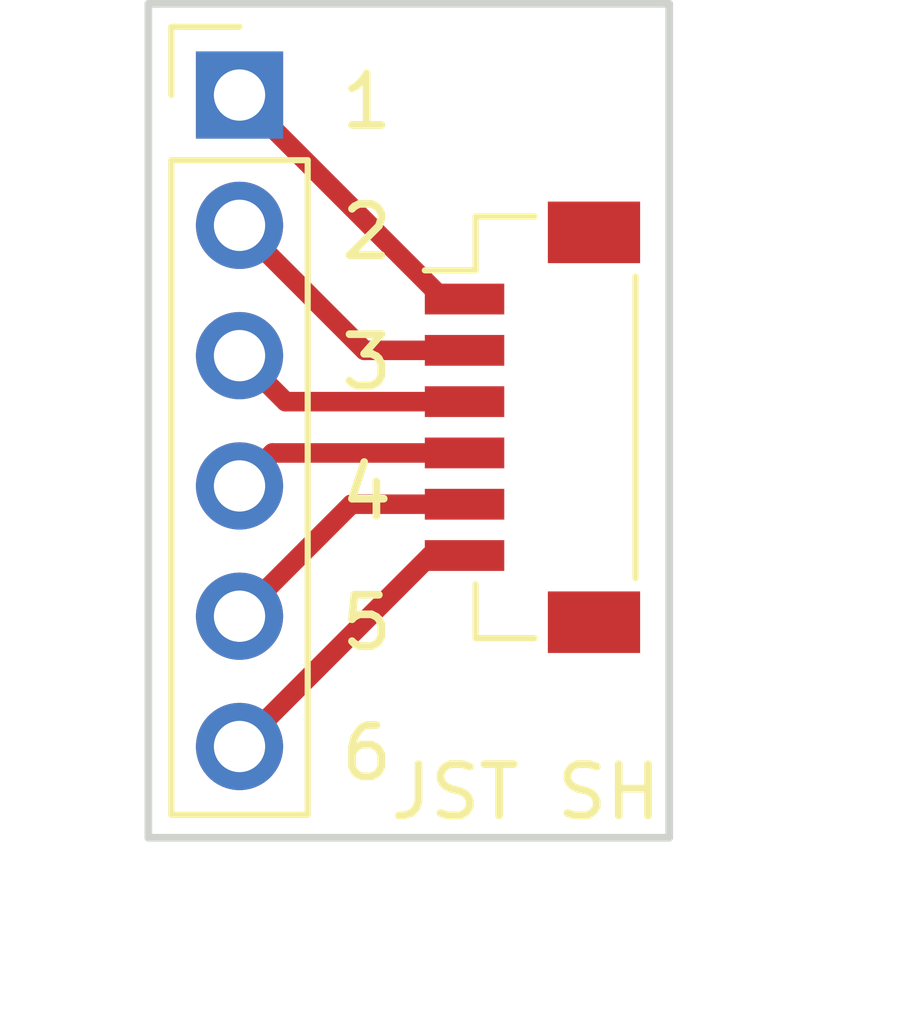
<source format=kicad_pcb>
(kicad_pcb (version 4) (host pcbnew 4.0.7)

  (general
    (links 6)
    (no_connects 0)
    (area 136.576999 100.254999 146.887001 116.661001)
    (thickness 1.6)
    (drawings 11)
    (tracks 12)
    (zones 0)
    (modules 2)
    (nets 7)
  )

  (page A4)
  (layers
    (0 F.Cu signal)
    (31 B.Cu signal)
    (32 B.Adhes user)
    (33 F.Adhes user)
    (34 B.Paste user)
    (35 F.Paste user)
    (36 B.SilkS user)
    (37 F.SilkS user)
    (38 B.Mask user)
    (39 F.Mask user)
    (40 Dwgs.User user)
    (41 Cmts.User user)
    (42 Eco1.User user)
    (43 Eco2.User user)
    (44 Edge.Cuts user)
    (45 Margin user)
    (46 B.CrtYd user)
    (47 F.CrtYd user)
    (48 B.Fab user)
    (49 F.Fab user)
  )

  (setup
    (last_trace_width 0.381)
    (user_trace_width 0.254)
    (user_trace_width 0.381)
    (user_trace_width 0.508)
    (user_trace_width 0.635)
    (user_trace_width 1.27)
    (trace_clearance 0.1524)
    (zone_clearance 0.508)
    (zone_45_only no)
    (trace_min 0.1524)
    (segment_width 0.2)
    (edge_width 0.15)
    (via_size 0.6858)
    (via_drill 0.3302)
    (via_min_size 0.6858)
    (via_min_drill 0.3302)
    (uvia_size 0.6858)
    (uvia_drill 0.3302)
    (uvias_allowed no)
    (uvia_min_size 0)
    (uvia_min_drill 0)
    (pcb_text_width 0.3)
    (pcb_text_size 1.5 1.5)
    (mod_edge_width 0.15)
    (mod_text_size 1 1)
    (mod_text_width 0.15)
    (pad_size 1.524 1.524)
    (pad_drill 0.762)
    (pad_to_mask_clearance 0.0508)
    (aux_axis_origin 0 0)
    (visible_elements FFFFFF7F)
    (pcbplotparams
      (layerselection 0x00030_80000001)
      (usegerberextensions false)
      (excludeedgelayer true)
      (linewidth 0.100000)
      (plotframeref false)
      (viasonmask false)
      (mode 1)
      (useauxorigin false)
      (hpglpennumber 1)
      (hpglpenspeed 20)
      (hpglpendiameter 15)
      (hpglpenoverlay 2)
      (psnegative false)
      (psa4output false)
      (plotreference true)
      (plotvalue true)
      (plotinvisibletext false)
      (padsonsilk false)
      (subtractmaskfromsilk false)
      (outputformat 1)
      (mirror false)
      (drillshape 1)
      (scaleselection 1)
      (outputdirectory ""))
  )

  (net 0 "")
  (net 1 "Net-(J1-Pad1)")
  (net 2 "Net-(J1-Pad2)")
  (net 3 "Net-(J1-Pad3)")
  (net 4 "Net-(J1-Pad4)")
  (net 5 "Net-(J1-Pad5)")
  (net 6 "Net-(J1-Pad6)")

  (net_class Default "This is the default net class."
    (clearance 0.1524)
    (trace_width 0.1524)
    (via_dia 0.6858)
    (via_drill 0.3302)
    (uvia_dia 0.6858)
    (uvia_drill 0.3302)
    (add_net "Net-(J1-Pad1)")
    (add_net "Net-(J1-Pad2)")
    (add_net "Net-(J1-Pad3)")
    (add_net "Net-(J1-Pad4)")
    (add_net "Net-(J1-Pad5)")
    (add_net "Net-(J1-Pad6)")
  )

  (module Connector_PinHeader_2.54mm:PinHeader_1x06_P2.54mm_Vertical (layer F.Cu) (tedit 5AAB618A) (tstamp 5AAC1D9F)
    (at 138.43 102.108)
    (descr "Through hole straight pin header, 1x06, 2.54mm pitch, single row")
    (tags "Through hole pin header THT 1x06 2.54mm single row")
    (path /5AAB5FEC)
    (fp_text reference J1 (at 0 -2.33) (layer F.SilkS) hide
      (effects (font (size 1 1) (thickness 0.15)))
    )
    (fp_text value Conn_01x06 (at 0 17.272) (layer F.Fab)
      (effects (font (size 1 1) (thickness 0.15)))
    )
    (fp_line (start -0.635 -1.27) (end 1.27 -1.27) (layer F.Fab) (width 0.1))
    (fp_line (start 1.27 -1.27) (end 1.27 13.97) (layer F.Fab) (width 0.1))
    (fp_line (start 1.27 13.97) (end -1.27 13.97) (layer F.Fab) (width 0.1))
    (fp_line (start -1.27 13.97) (end -1.27 -0.635) (layer F.Fab) (width 0.1))
    (fp_line (start -1.27 -0.635) (end -0.635 -1.27) (layer F.Fab) (width 0.1))
    (fp_line (start -1.33 14.03) (end 1.33 14.03) (layer F.SilkS) (width 0.12))
    (fp_line (start -1.33 1.27) (end -1.33 14.03) (layer F.SilkS) (width 0.12))
    (fp_line (start 1.33 1.27) (end 1.33 14.03) (layer F.SilkS) (width 0.12))
    (fp_line (start -1.33 1.27) (end 1.33 1.27) (layer F.SilkS) (width 0.12))
    (fp_line (start -1.33 0) (end -1.33 -1.33) (layer F.SilkS) (width 0.12))
    (fp_line (start -1.33 -1.33) (end 0 -1.33) (layer F.SilkS) (width 0.12))
    (fp_line (start -1.8 -1.8) (end -1.8 14.5) (layer F.CrtYd) (width 0.05))
    (fp_line (start -1.8 14.5) (end 1.8 14.5) (layer F.CrtYd) (width 0.05))
    (fp_line (start 1.8 14.5) (end 1.8 -1.8) (layer F.CrtYd) (width 0.05))
    (fp_line (start 1.8 -1.8) (end -1.8 -1.8) (layer F.CrtYd) (width 0.05))
    (fp_text user %R (at 0 6.35 90) (layer F.Fab)
      (effects (font (size 1 1) (thickness 0.15)))
    )
    (pad 1 thru_hole rect (at 0 0) (size 1.7 1.7) (drill 1) (layers *.Cu *.Mask)
      (net 1 "Net-(J1-Pad1)"))
    (pad 2 thru_hole oval (at 0 2.54) (size 1.7 1.7) (drill 1) (layers *.Cu *.Mask)
      (net 2 "Net-(J1-Pad2)"))
    (pad 3 thru_hole oval (at 0 5.08) (size 1.7 1.7) (drill 1) (layers *.Cu *.Mask)
      (net 3 "Net-(J1-Pad3)"))
    (pad 4 thru_hole oval (at 0 7.62) (size 1.7 1.7) (drill 1) (layers *.Cu *.Mask)
      (net 4 "Net-(J1-Pad4)"))
    (pad 5 thru_hole oval (at 0 10.16) (size 1.7 1.7) (drill 1) (layers *.Cu *.Mask)
      (net 5 "Net-(J1-Pad5)"))
    (pad 6 thru_hole oval (at 0 12.7) (size 1.7 1.7) (drill 1) (layers *.Cu *.Mask)
      (net 6 "Net-(J1-Pad6)"))
    (model ${KISYS3DMOD}/Connector_PinHeader_2.54mm.3dshapes/PinHeader_1x06_P2.54mm_Vertical.wrl
      (at (xyz 0 0 0))
      (scale (xyz 1 1 1))
      (rotate (xyz 0 0 0))
    )
  )

  (module Connector_JST:JST_SH_BM06B-SRSS-TB_1x06_P1.00mm_Vertical (layer F.Cu) (tedit 5AAB6188) (tstamp 5AAC1DD4)
    (at 144.145 108.585 270)
    (descr "JST SH series connector, BM06B-SRSS-TB (http://www.jst-mfg.com/product/pdf/eng/eSH.pdf), generated with kicad-footprint-generator")
    (tags "connector JST SH side entry")
    (path /5AAB5F9F)
    (attr smd)
    (fp_text reference J2 (at -5.715 0 360) (layer F.SilkS) hide
      (effects (font (size 1 1) (thickness 0.15)))
    )
    (fp_text value Conn_01x06 (at 0 -6.35 270) (layer F.Fab)
      (effects (font (size 1 1) (thickness 0.15)))
    )
    (fp_line (start -4 1) (end 4 1) (layer F.Fab) (width 0.1))
    (fp_line (start -4.11 -0.04) (end -4.11 1.11) (layer F.SilkS) (width 0.12))
    (fp_line (start -4.11 1.11) (end -3.06 1.11) (layer F.SilkS) (width 0.12))
    (fp_line (start -3.06 1.11) (end -3.06 2.1) (layer F.SilkS) (width 0.12))
    (fp_line (start 4.11 -0.04) (end 4.11 1.11) (layer F.SilkS) (width 0.12))
    (fp_line (start 4.11 1.11) (end 3.06 1.11) (layer F.SilkS) (width 0.12))
    (fp_line (start -2.94 -2.01) (end 2.94 -2.01) (layer F.SilkS) (width 0.12))
    (fp_line (start -4 -1.9) (end 4 -1.9) (layer F.Fab) (width 0.1))
    (fp_line (start -4 1) (end -4 -1.9) (layer F.Fab) (width 0.1))
    (fp_line (start 4 1) (end 4 -1.9) (layer F.Fab) (width 0.1))
    (fp_line (start -2.65 -1.55) (end -2.65 -0.95) (layer F.Fab) (width 0.1))
    (fp_line (start -2.65 -0.95) (end -2.35 -0.95) (layer F.Fab) (width 0.1))
    (fp_line (start -2.35 -0.95) (end -2.35 -1.55) (layer F.Fab) (width 0.1))
    (fp_line (start -2.35 -1.55) (end -2.65 -1.55) (layer F.Fab) (width 0.1))
    (fp_line (start -1.65 -1.55) (end -1.65 -0.95) (layer F.Fab) (width 0.1))
    (fp_line (start -1.65 -0.95) (end -1.35 -0.95) (layer F.Fab) (width 0.1))
    (fp_line (start -1.35 -0.95) (end -1.35 -1.55) (layer F.Fab) (width 0.1))
    (fp_line (start -1.35 -1.55) (end -1.65 -1.55) (layer F.Fab) (width 0.1))
    (fp_line (start -0.65 -1.55) (end -0.65 -0.95) (layer F.Fab) (width 0.1))
    (fp_line (start -0.65 -0.95) (end -0.35 -0.95) (layer F.Fab) (width 0.1))
    (fp_line (start -0.35 -0.95) (end -0.35 -1.55) (layer F.Fab) (width 0.1))
    (fp_line (start -0.35 -1.55) (end -0.65 -1.55) (layer F.Fab) (width 0.1))
    (fp_line (start 0.35 -1.55) (end 0.35 -0.95) (layer F.Fab) (width 0.1))
    (fp_line (start 0.35 -0.95) (end 0.65 -0.95) (layer F.Fab) (width 0.1))
    (fp_line (start 0.65 -0.95) (end 0.65 -1.55) (layer F.Fab) (width 0.1))
    (fp_line (start 0.65 -1.55) (end 0.35 -1.55) (layer F.Fab) (width 0.1))
    (fp_line (start 1.35 -1.55) (end 1.35 -0.95) (layer F.Fab) (width 0.1))
    (fp_line (start 1.35 -0.95) (end 1.65 -0.95) (layer F.Fab) (width 0.1))
    (fp_line (start 1.65 -0.95) (end 1.65 -1.55) (layer F.Fab) (width 0.1))
    (fp_line (start 1.65 -1.55) (end 1.35 -1.55) (layer F.Fab) (width 0.1))
    (fp_line (start 2.35 -1.55) (end 2.35 -0.95) (layer F.Fab) (width 0.1))
    (fp_line (start 2.35 -0.95) (end 2.65 -0.95) (layer F.Fab) (width 0.1))
    (fp_line (start 2.65 -0.95) (end 2.65 -1.55) (layer F.Fab) (width 0.1))
    (fp_line (start 2.65 -1.55) (end 2.35 -1.55) (layer F.Fab) (width 0.1))
    (fp_line (start -4.9 -2.6) (end -4.9 2.6) (layer F.CrtYd) (width 0.05))
    (fp_line (start -4.9 2.6) (end 4.9 2.6) (layer F.CrtYd) (width 0.05))
    (fp_line (start 4.9 2.6) (end 4.9 -2.6) (layer F.CrtYd) (width 0.05))
    (fp_line (start 4.9 -2.6) (end -4.9 -2.6) (layer F.CrtYd) (width 0.05))
    (fp_line (start -3 1) (end -2.5 0.292893) (layer F.Fab) (width 0.1))
    (fp_line (start -2.5 0.292893) (end -2 1) (layer F.Fab) (width 0.1))
    (fp_text user %R (at 0 -0.25 270) (layer F.Fab)
      (effects (font (size 1 1) (thickness 0.15)))
    )
    (pad 1 smd rect (at -2.5 1.325 270) (size 0.6 1.55) (layers F.Cu F.Paste F.Mask)
      (net 1 "Net-(J1-Pad1)"))
    (pad 2 smd rect (at -1.5 1.325 270) (size 0.6 1.55) (layers F.Cu F.Paste F.Mask)
      (net 2 "Net-(J1-Pad2)"))
    (pad 3 smd rect (at -0.5 1.325 270) (size 0.6 1.55) (layers F.Cu F.Paste F.Mask)
      (net 3 "Net-(J1-Pad3)"))
    (pad 4 smd rect (at 0.5 1.325 270) (size 0.6 1.55) (layers F.Cu F.Paste F.Mask)
      (net 4 "Net-(J1-Pad4)"))
    (pad 5 smd rect (at 1.5 1.325 270) (size 0.6 1.55) (layers F.Cu F.Paste F.Mask)
      (net 5 "Net-(J1-Pad5)"))
    (pad 6 smd rect (at 2.5 1.325 270) (size 0.6 1.55) (layers F.Cu F.Paste F.Mask)
      (net 6 "Net-(J1-Pad6)"))
    (pad "" smd rect (at -3.8 -1.2 270) (size 1.2 1.8) (layers F.Cu F.Paste F.Mask))
    (pad "" smd rect (at 3.8 -1.2 270) (size 1.2 1.8) (layers F.Cu F.Paste F.Mask))
    (model ${KISYS3DMOD}/Connector_JST.3dshapes/JST_SH_BM06B-SRSS-TB_1x06_P1.00mm_Vertical.wrl
      (at (xyz 0 0 0))
      (scale (xyz 1 1 1))
      (rotate (xyz 0 0 0))
    )
  )

  (gr_text "JST SH" (at 144.018 115.697) (layer F.SilkS)
    (effects (font (size 1 1) (thickness 0.15)))
  )
  (gr_line (start 146.812 100.33) (end 136.652 100.33) (angle 90) (layer Edge.Cuts) (width 0.15))
  (gr_line (start 146.812 116.586) (end 146.812 100.33) (angle 90) (layer Edge.Cuts) (width 0.15))
  (gr_line (start 136.652 116.586) (end 146.812 116.586) (angle 90) (layer Edge.Cuts) (width 0.15))
  (gr_line (start 136.652 100.33) (end 136.652 116.586) (angle 90) (layer Edge.Cuts) (width 0.15))
  (gr_text 6 (at 140.335 114.935) (layer F.SilkS)
    (effects (font (size 1 1) (thickness 0.15)) (justify left))
  )
  (gr_text 5 (at 140.335 112.395) (layer F.SilkS)
    (effects (font (size 1 1) (thickness 0.15)) (justify left))
  )
  (gr_text 4 (at 140.335 109.855) (layer F.SilkS)
    (effects (font (size 1 1) (thickness 0.15)) (justify left))
  )
  (gr_text 3 (at 140.335 107.315) (layer F.SilkS)
    (effects (font (size 1 1) (thickness 0.15)) (justify left))
  )
  (gr_text 2 (at 140.335 104.775) (layer F.SilkS)
    (effects (font (size 1 1) (thickness 0.15)) (justify left))
  )
  (gr_text 1 (at 140.335 102.235) (layer F.SilkS)
    (effects (font (size 1 1) (thickness 0.15)) (justify left))
  )

  (segment (start 142.82 106.085) (end 142.407 106.085) (width 0.381) (layer F.Cu) (net 1) (status C00000))
  (segment (start 142.407 106.085) (end 138.43 102.108) (width 0.381) (layer F.Cu) (net 1) (tstamp 5AAC1FDA) (status C00000))
  (segment (start 142.82 107.085) (end 140.867 107.085) (width 0.381) (layer F.Cu) (net 2) (status 400000))
  (segment (start 140.867 107.085) (end 138.43 104.648) (width 0.381) (layer F.Cu) (net 2) (tstamp 5AAC1FDD) (status 800000))
  (segment (start 142.82 108.085) (end 139.327 108.085) (width 0.381) (layer F.Cu) (net 3) (status 400000))
  (segment (start 139.327 108.085) (end 138.43 107.188) (width 0.381) (layer F.Cu) (net 3) (tstamp 5AAC1FE8) (status 800000))
  (segment (start 142.82 109.085) (end 139.073 109.085) (width 0.381) (layer F.Cu) (net 4) (status 400000))
  (segment (start 139.073 109.085) (end 138.43 109.728) (width 0.381) (layer F.Cu) (net 4) (tstamp 5AAC1FEB) (status 800000))
  (segment (start 142.82 110.085) (end 140.613 110.085) (width 0.381) (layer F.Cu) (net 5) (status 400000))
  (segment (start 140.613 110.085) (end 138.43 112.268) (width 0.381) (layer F.Cu) (net 5) (tstamp 5AAC1FE4) (status 800000))
  (segment (start 142.82 111.085) (end 142.153 111.085) (width 0.381) (layer F.Cu) (net 6) (status C00000))
  (segment (start 142.153 111.085) (end 138.43 114.808) (width 0.381) (layer F.Cu) (net 6) (tstamp 5AAC1FE1) (status C00000))

)

</source>
